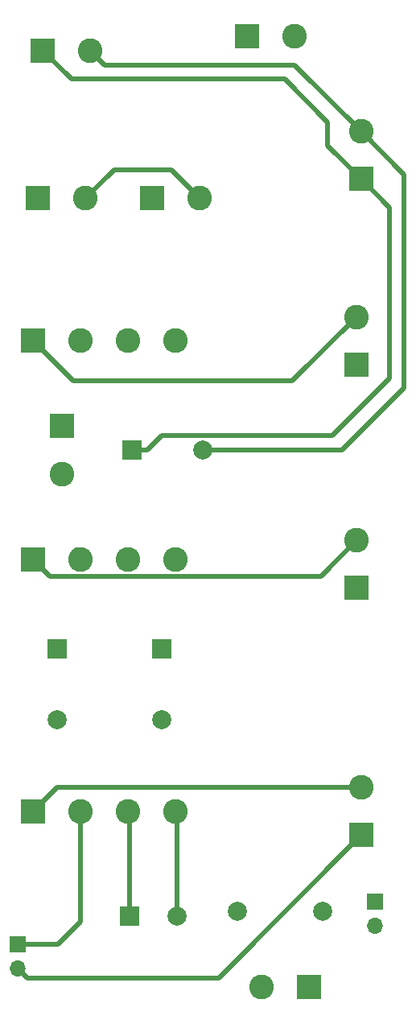
<source format=gbr>
%TF.GenerationSoftware,KiCad,Pcbnew,8.0.2*%
%TF.CreationDate,2024-06-25T22:05:52+02:00*%
%TF.ProjectId,Robo_V2.0-Stromverteilung,526f626f-5f56-4322-9e30-2d5374726f6d,rev?*%
%TF.SameCoordinates,Original*%
%TF.FileFunction,Copper,L2,Bot*%
%TF.FilePolarity,Positive*%
%FSLAX46Y46*%
G04 Gerber Fmt 4.6, Leading zero omitted, Abs format (unit mm)*
G04 Created by KiCad (PCBNEW 8.0.2) date 2024-06-25 22:05:52*
%MOMM*%
%LPD*%
G01*
G04 APERTURE LIST*
%TA.AperFunction,ComponentPad*%
%ADD10R,2.600000X2.600000*%
%TD*%
%TA.AperFunction,ComponentPad*%
%ADD11C,2.600000*%
%TD*%
%TA.AperFunction,ComponentPad*%
%ADD12R,2.000000X2.000000*%
%TD*%
%TA.AperFunction,ComponentPad*%
%ADD13C,2.000000*%
%TD*%
%TA.AperFunction,ComponentPad*%
%ADD14R,1.700000X1.700000*%
%TD*%
%TA.AperFunction,ComponentPad*%
%ADD15O,1.700000X1.700000*%
%TD*%
%TA.AperFunction,Conductor*%
%ADD16C,0.500000*%
%TD*%
G04 APERTURE END LIST*
D10*
%TO.P,Jetson_SW1,1,Pin_1*%
%TO.N,Net-(Jetson1-B)*%
X61000000Y-93500000D03*
D11*
%TO.P,Jetson_SW1,2,Pin_2*%
%TO.N,/GND*%
X66000000Y-93500000D03*
%TO.P,Jetson_SW1,3,Pin_3*%
%TO.N,/Jetson+*%
X71000000Y-93500000D03*
%TO.P,Jetson_SW1,4,Pin_4*%
%TO.N,/Jetson-*%
X76000000Y-93500000D03*
%TD*%
D10*
%TO.P,5V1,1,A*%
%TO.N,/VCC*%
X95000000Y-73000000D03*
D11*
%TO.P,5V1,2,B*%
%TO.N,Net-(5V1-B)*%
X95000000Y-68000000D03*
%TD*%
D10*
%TO.P,5V_SW2,1,Pin_1*%
%TO.N,Net-(5V1-B)*%
X61000000Y-70500000D03*
D11*
%TO.P,5V_SW2,2,Pin_2*%
%TO.N,/GND*%
X66000000Y-70500000D03*
%TO.P,5V_SW2,3,Pin_3*%
%TO.N,/5V+*%
X71000000Y-70500000D03*
%TO.P,5V_SW2,4,Pin_4*%
%TO.N,/5V-*%
X76000000Y-70500000D03*
%TD*%
D10*
%TO.P,12V_SW1,1,Pin_1*%
%TO.N,Net-(12V1-B)*%
X61000000Y-120000000D03*
D11*
%TO.P,12V_SW1,2,Pin_2*%
%TO.N,/GND*%
X66000000Y-120000000D03*
%TO.P,12V_SW1,3,Pin_3*%
%TO.N,/12V+*%
X71000000Y-120000000D03*
%TO.P,12V_SW1,4,Pin_4*%
%TO.N,/12V-*%
X76000000Y-120000000D03*
%TD*%
D10*
%TO.P,Out_5V1,1,Pin_1*%
%TO.N,/5V+*%
X64000000Y-79500000D03*
D11*
%TO.P,Out_5V1,2,Pin_2*%
%TO.N,/5V-*%
X64000000Y-84500000D03*
%TD*%
D12*
%TO.P,C2,1*%
%TO.N,/5V+*%
X71382323Y-82000000D03*
D13*
%TO.P,C2,2*%
%TO.N,/5V-*%
X78882323Y-82000000D03*
%TD*%
D12*
%TO.P,C3,1*%
%TO.N,/Jetson+*%
X74500000Y-102882323D03*
D13*
%TO.P,C3,2*%
%TO.N,/Jetson-*%
X74500000Y-110382323D03*
%TD*%
D10*
%TO.P,Output1,1,Pin_1*%
%TO.N,/12V+*%
X83500000Y-38500000D03*
D11*
%TO.P,Output1,2,Pin_2*%
%TO.N,/12V-*%
X88500000Y-38500000D03*
%TD*%
D10*
%TO.P,Out_12V1,1,Pin_1*%
%TO.N,/12V+*%
X73500000Y-55500000D03*
D11*
%TO.P,Out_12V1,2,Pin_2*%
%TO.N,/12V-*%
X78500000Y-55500000D03*
%TD*%
D10*
%TO.P,Jetson1,1,A*%
%TO.N,/VCC*%
X95000000Y-96500000D03*
D11*
%TO.P,Jetson1,2,B*%
%TO.N,Net-(Jetson1-B)*%
X95000000Y-91500000D03*
%TD*%
D12*
%TO.P,C4,1*%
%TO.N,/Jetson+*%
X63500000Y-102882323D03*
D13*
%TO.P,C4,2*%
%TO.N,/Jetson-*%
X63500000Y-110382323D03*
%TD*%
D14*
%TO.P,Input1,1,Pin_1*%
%TO.N,/GND*%
X59400000Y-133960000D03*
D15*
%TO.P,Input1,2,Pin_2*%
%TO.N,/VCC*%
X59400000Y-136500000D03*
%TD*%
D13*
%TO.P,R1,1*%
%TO.N,Net-(LoP1-B)*%
X82500000Y-130500000D03*
%TO.P,R1,2*%
%TO.N,Net-(LoP-Pins1-Pin_1)*%
X91500000Y-130500000D03*
%TD*%
D12*
%TO.P,C1,1*%
%TO.N,/12V+*%
X71132323Y-131000000D03*
D13*
%TO.P,C1,2*%
%TO.N,/12V-*%
X76132323Y-131000000D03*
%TD*%
D10*
%TO.P,H-Bridge1,1,Pin_1*%
%TO.N,/12V+*%
X61500000Y-55500000D03*
D11*
%TO.P,H-Bridge1,2,Pin_2*%
%TO.N,/12V-*%
X66500000Y-55500000D03*
%TD*%
D10*
%TO.P,12V1,1,A*%
%TO.N,/VCC*%
X95500000Y-122500000D03*
D11*
%TO.P,12V1,2,B*%
%TO.N,Net-(12V1-B)*%
X95500000Y-117500000D03*
%TD*%
D10*
%TO.P,LoP1,1,A*%
%TO.N,Net-(LoP-Pins1-Pin_2)*%
X90000000Y-138500000D03*
D11*
%TO.P,LoP1,2,B*%
%TO.N,Net-(LoP1-B)*%
X85000000Y-138500000D03*
%TD*%
D10*
%TO.P,PCA9685,1,Pin_1*%
%TO.N,/5V+*%
X62000000Y-40000000D03*
D11*
%TO.P,PCA9685,2,Pin_2*%
%TO.N,/5V-*%
X67000000Y-40000000D03*
%TD*%
D14*
%TO.P,LoP-Pins1,1,Pin_1*%
%TO.N,Net-(LoP-Pins1-Pin_1)*%
X97000000Y-129460000D03*
D15*
%TO.P,LoP-Pins1,2,Pin_2*%
%TO.N,Net-(LoP-Pins1-Pin_2)*%
X97000000Y-132000000D03*
%TD*%
D10*
%TO.P,LCD1,1,Pin_1*%
%TO.N,/5V+*%
X95500000Y-53500000D03*
D11*
%TO.P,LCD1,2,Pin_2*%
%TO.N,/5V-*%
X95500000Y-48500000D03*
%TD*%
D16*
%TO.N,/GND*%
X63640000Y-133960000D02*
X59400000Y-133960000D01*
X66000000Y-131600000D02*
X63640000Y-133960000D01*
%TO.N,/VCC*%
X60400000Y-137500000D02*
X59400000Y-136500000D01*
X80500000Y-137500000D02*
X60400000Y-137500000D01*
X95500000Y-122500000D02*
X80500000Y-137500000D01*
%TO.N,Net-(5V1-B)*%
X61000000Y-70500000D02*
X65250000Y-74750000D01*
X65250000Y-74750000D02*
X88250000Y-74750000D01*
X88250000Y-74750000D02*
X95000000Y-68000000D01*
%TO.N,/12V+*%
X71132323Y-120132323D02*
X71000000Y-120000000D01*
X71132323Y-131000000D02*
X71132323Y-120132323D01*
%TO.N,Net-(12V1-B)*%
X95500000Y-117500000D02*
X63500000Y-117500000D01*
X63500000Y-117500000D02*
X61000000Y-120000000D01*
%TO.N,/12V-*%
X69500000Y-52500000D02*
X75500000Y-52500000D01*
X66500000Y-55500000D02*
X69500000Y-52500000D01*
X75500000Y-52500000D02*
X78500000Y-55500000D01*
X76132323Y-131000000D02*
X76132323Y-120132323D01*
X76132323Y-120132323D02*
X76000000Y-120000000D01*
%TO.N,/GND*%
X66000000Y-120000000D02*
X66000000Y-131600000D01*
X66000000Y-93000000D02*
X65500000Y-92500000D01*
X66000000Y-93500000D02*
X66000000Y-93000000D01*
%TO.N,/5V+*%
X98500000Y-74500000D02*
X98500000Y-56500000D01*
X98500000Y-56500000D02*
X95500000Y-53500000D01*
X71382323Y-82000000D02*
X73000000Y-82000000D01*
X92500000Y-80500000D02*
X98500000Y-74500000D01*
X87500000Y-43000000D02*
X92000000Y-47500000D01*
X74500000Y-80500000D02*
X92500000Y-80500000D01*
X73000000Y-82000000D02*
X74500000Y-80500000D01*
X92000000Y-47500000D02*
X92000000Y-50000000D01*
X92000000Y-50000000D02*
X95500000Y-53500000D01*
X62000000Y-40000000D02*
X65000000Y-43000000D01*
X65000000Y-43000000D02*
X87500000Y-43000000D01*
%TO.N,/5V-*%
X67000000Y-40000000D02*
X68500000Y-41500000D01*
X93500000Y-82000000D02*
X100000000Y-75500000D01*
X68500000Y-41500000D02*
X88500000Y-41500000D01*
X78882323Y-82000000D02*
X93500000Y-82000000D01*
X88500000Y-41500000D02*
X95500000Y-48500000D01*
X100000000Y-75500000D02*
X100000000Y-53000000D01*
X100000000Y-53000000D02*
X95500000Y-48500000D01*
%TO.N,Net-(Jetson1-B)*%
X91250000Y-95250000D02*
X95000000Y-91500000D01*
X61000000Y-93500000D02*
X62750000Y-95250000D01*
X62750000Y-95250000D02*
X91250000Y-95250000D01*
%TD*%
M02*

</source>
